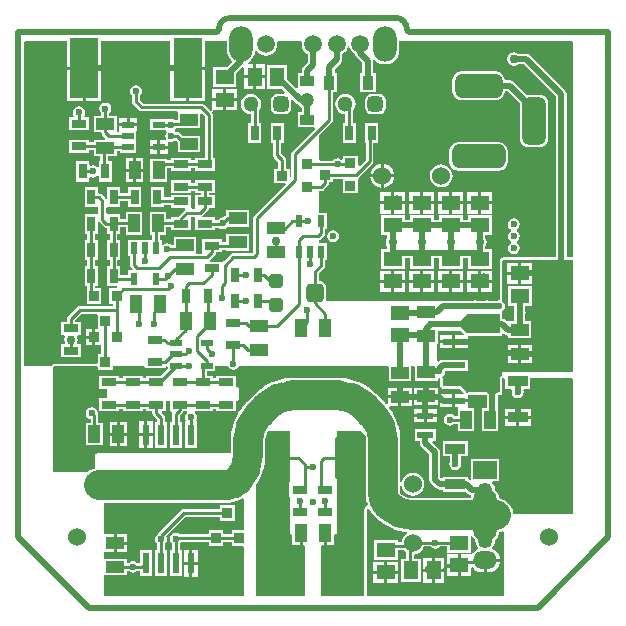
<source format=gtl>
G04*
G04 #@! TF.GenerationSoftware,Altium Limited,CircuitStudio,1.5.2 (30)*
G04*
G04 Layer_Physical_Order=1*
G04 Layer_Color=11767835*
%FSLAX44Y44*%
%MOMM*%
G71*
G01*
G75*
%ADD10R,1.6000X1.3000*%
%ADD11R,0.6000X1.0000*%
%ADD12R,2.4130X5.0800*%
%ADD13R,1.0000X1.5240*%
%ADD14R,0.2500X0.2500*%
%ADD15R,1.8900X0.5400*%
%ADD16R,1.3000X1.6000*%
%ADD17R,1.3000X0.7000*%
%ADD18R,0.7000X1.3000*%
%ADD19R,0.8128X0.9144*%
%ADD20R,0.9144X0.8128*%
%ADD21R,1.5240X1.0000*%
%ADD22R,1.0000X0.6000*%
%ADD23R,0.9100X1.2200*%
%ADD24R,1.7020X0.9140*%
%ADD25R,1.4000X0.6000*%
%ADD26R,1.4500X0.6000*%
G04:AMPARAMS|DCode=27|XSize=1.6mm|YSize=3.5mm|CornerRadius=0.2mm|HoleSize=0mm|Usage=FLASHONLY|Rotation=0.000|XOffset=0mm|YOffset=0mm|HoleType=Round|Shape=RoundedRectangle|*
%AMROUNDEDRECTD27*
21,1,1.6000,3.1000,0,0,0.0*
21,1,1.2000,3.5000,0,0,0.0*
1,1,0.4000,0.6000,-1.5500*
1,1,0.4000,-0.6000,-1.5500*
1,1,0.4000,-0.6000,1.5500*
1,1,0.4000,0.6000,1.5500*
%
%ADD27ROUNDEDRECTD27*%
%ADD28R,1.6000X3.5000*%
%ADD29R,1.2200X0.9100*%
G04:AMPARAMS|DCode=30|XSize=1.2mm|YSize=1.2mm|CornerRadius=0.3mm|HoleSize=0mm|Usage=FLASHONLY|Rotation=270.000|XOffset=0mm|YOffset=0mm|HoleType=Round|Shape=RoundedRectangle|*
%AMROUNDEDRECTD30*
21,1,1.2000,0.6000,0,0,270.0*
21,1,0.6000,1.2000,0,0,270.0*
1,1,0.6000,-0.3000,-0.3000*
1,1,0.6000,-0.3000,0.3000*
1,1,0.6000,0.3000,0.3000*
1,1,0.6000,0.3000,-0.3000*
%
%ADD30ROUNDEDRECTD30*%
G04:AMPARAMS|DCode=31|XSize=1.6mm|YSize=1.5mm|CornerRadius=0.375mm|HoleSize=0mm|Usage=FLASHONLY|Rotation=270.000|XOffset=0mm|YOffset=0mm|HoleType=Round|Shape=RoundedRectangle|*
%AMROUNDEDRECTD31*
21,1,1.6000,0.7500,0,0,270.0*
21,1,0.8500,1.5000,0,0,270.0*
1,1,0.7500,-0.3750,-0.4250*
1,1,0.7500,-0.3750,0.4250*
1,1,0.7500,0.3750,0.4250*
1,1,0.7500,0.3750,-0.4250*
%
%ADD31ROUNDEDRECTD31*%
%ADD32R,0.6000X1.8000*%
%ADD33C,0.5000*%
%ADD34C,0.2540*%
%ADD35C,0.2500*%
%ADD36C,2.5000*%
%ADD37C,1.5240*%
%ADD38C,1.3000*%
G04:AMPARAMS|DCode=39|XSize=1.3mm|YSize=1.3mm|CornerRadius=0.325mm|HoleSize=0mm|Usage=FLASHONLY|Rotation=180.000|XOffset=0mm|YOffset=0mm|HoleType=Round|Shape=RoundedRectangle|*
%AMROUNDEDRECTD39*
21,1,1.3000,0.6500,0,0,180.0*
21,1,0.6500,1.3000,0,0,180.0*
1,1,0.6500,-0.3250,0.3250*
1,1,0.6500,0.3250,0.3250*
1,1,0.6500,0.3250,-0.3250*
1,1,0.6500,-0.3250,-0.3250*
%
%ADD39ROUNDEDRECTD39*%
G04:AMPARAMS|DCode=40|XSize=2mm|YSize=4mm|CornerRadius=0.5mm|HoleSize=0mm|Usage=FLASHONLY|Rotation=90.000|XOffset=0mm|YOffset=0mm|HoleType=Round|Shape=RoundedRectangle|*
%AMROUNDEDRECTD40*
21,1,2.0000,3.0000,0,0,90.0*
21,1,1.0000,4.0000,0,0,90.0*
1,1,1.0000,1.5000,0.5000*
1,1,1.0000,1.5000,-0.5000*
1,1,1.0000,-1.5000,-0.5000*
1,1,1.0000,-1.5000,0.5000*
%
%ADD40ROUNDEDRECTD40*%
G04:AMPARAMS|DCode=41|XSize=2mm|YSize=4.5mm|CornerRadius=0.5mm|HoleSize=0mm|Usage=FLASHONLY|Rotation=270.000|XOffset=0mm|YOffset=0mm|HoleType=Round|Shape=RoundedRectangle|*
%AMROUNDEDRECTD41*
21,1,2.0000,3.5000,0,0,270.0*
21,1,1.0000,4.5000,0,0,270.0*
1,1,1.0000,-1.7500,-0.5000*
1,1,1.0000,-1.7500,0.5000*
1,1,1.0000,1.7500,0.5000*
1,1,1.0000,1.7500,-0.5000*
%
%ADD41ROUNDEDRECTD41*%
G04:AMPARAMS|DCode=42|XSize=2mm|YSize=4mm|CornerRadius=0.5mm|HoleSize=0mm|Usage=FLASHONLY|Rotation=180.000|XOffset=0mm|YOffset=0mm|HoleType=Round|Shape=RoundedRectangle|*
%AMROUNDEDRECTD42*
21,1,2.0000,3.0000,0,0,180.0*
21,1,1.0000,4.0000,0,0,180.0*
1,1,1.0000,-0.5000,1.5000*
1,1,1.0000,0.5000,1.5000*
1,1,1.0000,0.5000,-1.5000*
1,1,1.0000,-0.5000,-1.5000*
%
%ADD42ROUNDEDRECTD42*%
%ADD43C,1.5000*%
%ADD44O,2.0000X3.0000*%
%ADD45C,2.5400*%
%ADD46O,2.0000X1.5000*%
%ADD47C,2.0000*%
%ADD48R,2.0000X1.5000*%
%ADD49C,0.6000*%
%ADD50C,1.2000*%
%ADD51C,0.7500*%
%ADD52C,1.2500*%
G36*
X652500Y645000D02*
X652500Y550898D01*
X651602Y550000D01*
X592500Y550000D01*
Y546982D01*
X592009Y546884D01*
X591347Y546442D01*
X590905Y545780D01*
X590750Y545000D01*
Y532750D01*
X588588D01*
X587808Y532595D01*
X587146Y532153D01*
X586704Y531491D01*
X586549Y530711D01*
Y519910D01*
X581451D01*
Y530711D01*
X581296Y531491D01*
X580854Y532153D01*
X580192Y532595D01*
X579412Y532750D01*
X563740D01*
X563503Y532703D01*
X562960Y532595D01*
X562240Y533040D01*
X561798Y533702D01*
X558097Y537403D01*
D01*
X558097Y537403D01*
X557436Y537845D01*
X556655Y538000D01*
X542250Y538000D01*
Y539187D01*
Y543299D01*
Y543500D01*
X542290D01*
X542292Y543511D01*
Y543524D01*
X542297Y543535D01*
X542292Y543920D01*
Y544307D01*
X542287Y544319D01*
X542287Y544331D01*
X542136Y544684D01*
X541988Y545042D01*
X541988Y545630D01*
X542140Y546418D01*
X542855Y546895D01*
X543960Y548549D01*
X544348Y550500D01*
X544799Y551050D01*
X563200D01*
Y560450D01*
X540300D01*
Y559859D01*
X539006Y558994D01*
X538673Y558662D01*
X537500Y559148D01*
Y573590D01*
X537870D01*
Y585000D01*
X557616D01*
X560356Y582260D01*
X559830Y580990D01*
X553020D01*
Y577020D01*
X563740D01*
Y580711D01*
X590750D01*
X591530Y580866D01*
X592192Y581308D01*
X592634Y581969D01*
X592652Y582063D01*
X594030Y582481D01*
X594506Y582006D01*
X595994Y581011D01*
X597630Y580686D01*
Y578910D01*
X616870D01*
Y592910D01*
X611838D01*
Y598617D01*
X611960Y598799D01*
X612348Y600750D01*
X612088Y602056D01*
Y606000D01*
X617500D01*
Y623000D01*
X597500D01*
Y606000D01*
X602912D01*
Y603257D01*
X602540Y602701D01*
X602152Y600750D01*
X602540Y598799D01*
X602662Y598617D01*
Y592910D01*
X597630D01*
X597630Y592910D01*
Y592910D01*
X596377Y593111D01*
X595494Y593994D01*
X594006Y594989D01*
X592789Y595231D01*
Y598750D01*
X592634Y599530D01*
X592500Y599731D01*
Y601407D01*
X593605Y602145D01*
X594710Y603799D01*
X595098Y605750D01*
X594710Y607701D01*
X593605Y609355D01*
X592500Y610093D01*
Y611226D01*
Y611226D01*
Y644102D01*
X593398Y645000D01*
X652500Y645000D01*
D02*
G37*
G36*
X590750Y582750D02*
X562750D01*
X557500Y588000D01*
X542250Y588000D01*
Y593500D01*
X557500Y593500D01*
X562750Y598750D01*
X590750D01*
Y582750D01*
D02*
G37*
G36*
X518630Y554102D02*
Y542660D01*
X537870D01*
Y544201D01*
X538947Y545142D01*
X539417Y545088D01*
X539577Y544952D01*
X540292Y543909D01*
X540211Y543500D01*
Y538000D01*
X540366Y537220D01*
X540808Y536558D01*
X541470Y536116D01*
X542250Y535961D01*
X556655Y535961D01*
X560356Y532260D01*
X559830Y530990D01*
X553020D01*
Y527020D01*
X563740D01*
Y530711D01*
X579412D01*
Y519370D01*
X575410D01*
Y500130D01*
X589410D01*
Y519370D01*
X588588D01*
Y530711D01*
X590750D01*
X591530Y530866D01*
X592192Y531308D01*
X592634Y531969D01*
X592789Y532750D01*
Y545000D01*
X594342D01*
X594893Y544470D01*
X595225Y543930D01*
X595240Y543884D01*
Y535650D01*
X600198D01*
X600376Y535449D01*
X600976Y534380D01*
X600652Y532750D01*
X601040Y530799D01*
X602145Y529145D01*
X603799Y528040D01*
X605750Y527652D01*
X607701Y528040D01*
X609355Y529145D01*
X610460Y530799D01*
X610848Y532750D01*
X610524Y534380D01*
X611124Y535449D01*
X611302Y535650D01*
X616260D01*
Y545000D01*
X651602D01*
X651602Y545000D01*
X652500Y543884D01*
X652500Y430898D01*
X651602Y430000D01*
X601754D01*
X601454Y432280D01*
X601368Y432533D01*
X601316Y432794D01*
X600056Y435836D01*
X599907Y436058D01*
X599790Y436297D01*
X597785Y438909D01*
X597585Y439085D01*
X597409Y439286D01*
X594797Y441290D01*
X594558Y441408D01*
X594336Y441556D01*
X591294Y442816D01*
X591033Y442868D01*
X590780Y442954D01*
X590144Y443037D01*
X589941Y444583D01*
X588732Y447502D01*
X586808Y450009D01*
X586554Y450204D01*
X586571Y450336D01*
X586287Y452490D01*
X585456Y454497D01*
X584241Y456080D01*
X584523Y457350D01*
X590250D01*
Y476350D01*
X566250D01*
Y458969D01*
X566238Y458955D01*
X564980Y458348D01*
X563976Y459019D01*
X563260Y459161D01*
Y461350D01*
X542240D01*
Y460545D01*
X540970Y460019D01*
X540088Y460900D01*
Y482000D01*
X539739Y483756D01*
X538744Y485244D01*
X533259Y490730D01*
X533785Y492000D01*
X536500D01*
Y502000D01*
X518500D01*
Y492000D01*
X522912D01*
Y490000D01*
X523261Y488244D01*
X524256Y486756D01*
X530912Y480099D01*
Y459000D01*
X531261Y457244D01*
X532256Y455756D01*
X536475Y451536D01*
X537964Y450541D01*
X539720Y450192D01*
X542240D01*
Y448210D01*
X562301D01*
X563419Y447092D01*
X564908Y446097D01*
X565743Y445931D01*
X566557Y444586D01*
X566551Y444524D01*
X566399Y443369D01*
X517097Y443293D01*
X516837Y443241D01*
X513940Y443526D01*
X510902Y444448D01*
X508102Y445944D01*
X506227Y447483D01*
X506229Y453381D01*
X507499Y453464D01*
X507627Y452489D01*
X508597Y450149D01*
X510139Y448139D01*
X512148Y446597D01*
X514488Y445628D01*
X517000Y445297D01*
X519511Y445628D01*
X521851Y446597D01*
X523861Y448139D01*
X525403Y450149D01*
X526372Y452489D01*
X526703Y455000D01*
X526372Y457511D01*
X525403Y459851D01*
X523861Y461861D01*
X521851Y463403D01*
X519511Y464372D01*
X517000Y464703D01*
X514488Y464372D01*
X512148Y463403D01*
X510139Y461861D01*
X508597Y459851D01*
X507627Y457511D01*
X507500Y456544D01*
X506230Y456628D01*
X506243Y491712D01*
X506271Y491924D01*
X506335Y492250D01*
Y492250D01*
X506322Y492316D01*
X506331Y492383D01*
X505961Y498030D01*
X505926Y498159D01*
Y498294D01*
X504822Y503843D01*
X504771Y503968D01*
X504753Y504101D01*
X502934Y509459D01*
X502867Y509576D01*
X502832Y509706D01*
X500330Y514780D01*
X500248Y514887D01*
X500196Y515011D01*
X497053Y519716D01*
X496958Y519811D01*
X496890Y519928D01*
X496582Y520280D01*
X497157Y521550D01*
X504730D01*
Y527820D01*
X495840D01*
Y523052D01*
X494570Y522574D01*
X493160Y524182D01*
X493099Y524228D01*
X493056Y524292D01*
X485922Y531301D01*
X485814Y531442D01*
X485629Y531719D01*
X485573Y531756D01*
X485532Y531810D01*
X481278Y535541D01*
X481161Y535608D01*
X481066Y535703D01*
X476361Y538847D01*
X476237Y538898D01*
X476130Y538980D01*
X471055Y541483D01*
X470925Y541517D01*
X470809Y541585D01*
X465451Y543403D01*
X465318Y543421D01*
X465193Y543472D01*
X459644Y544576D01*
X459509D01*
X459379Y544611D01*
X453733Y544981D01*
X453666Y544972D01*
X453600Y544986D01*
X453600D01*
X453597Y544985D01*
X453595Y544986D01*
X416027Y544894D01*
X415826Y544921D01*
X415500Y544986D01*
X415500D01*
X415434Y544972D01*
X415367Y544981D01*
X409720Y544611D01*
X409590Y544576D01*
X409456D01*
X403906Y543472D01*
X403782Y543421D01*
X403649Y543403D01*
X398291Y541585D01*
X398174Y541517D01*
X398044Y541483D01*
X392970Y538980D01*
X392863Y538898D01*
X392738Y538847D01*
X388034Y535703D01*
X387939Y535608D01*
X387822Y535541D01*
X383568Y531810D01*
X383521Y531749D01*
X383458Y531706D01*
X376449Y524572D01*
X376308Y524464D01*
X376031Y524279D01*
X375994Y524223D01*
X375940Y524182D01*
X372209Y519928D01*
X372142Y519811D01*
X372047Y519716D01*
X368903Y515011D01*
X368852Y514887D01*
X368770Y514780D01*
X366267Y509706D01*
X366232Y509576D01*
X366165Y509459D01*
X364346Y504101D01*
X364329Y503968D01*
X364277Y503843D01*
X363173Y498294D01*
Y498159D01*
X363139Y498030D01*
X362769Y492383D01*
X362777Y492316D01*
X362764Y492250D01*
Y492250D01*
X362766Y492243D01*
X362764Y492235D01*
X362835Y482491D01*
X361941Y481589D01*
X250000D01*
X249219Y481434D01*
X248558Y480992D01*
X248116Y480330D01*
X247961Y479550D01*
Y468418D01*
X247469Y468354D01*
X247217Y468268D01*
X246955Y468216D01*
X243913Y466956D01*
X243692Y466808D01*
X243452Y466690D01*
X241250Y465000D01*
X212500D01*
X212500Y554102D01*
X213398Y555000D01*
X249614D01*
X250512Y554102D01*
Y551840D01*
X262640D01*
Y555000D01*
X289602D01*
X290500Y554102D01*
Y553000D01*
X307500D01*
Y555000D01*
X308849D01*
X309748Y554102D01*
Y553216D01*
X303282Y546750D01*
X291100D01*
Y544584D01*
X288300D01*
Y546750D01*
X271300D01*
Y544584D01*
X268500D01*
Y546750D01*
X251500D01*
Y535750D01*
X257996D01*
Y527750D01*
X251500D01*
Y516750D01*
X268500D01*
Y518916D01*
X271300D01*
Y516750D01*
X288300D01*
Y518916D01*
X291100D01*
Y516750D01*
X296266D01*
Y515400D01*
X296519Y514124D01*
X297242Y513043D01*
X300316Y509969D01*
Y508000D01*
X298650D01*
Y486000D01*
X308650D01*
Y508000D01*
X306984D01*
Y511350D01*
X306730Y512626D01*
X306007Y513707D01*
X304138Y515577D01*
X304624Y516750D01*
X308100D01*
Y525711D01*
X310900D01*
Y516750D01*
X312476D01*
X313201Y515480D01*
X313016Y514551D01*
Y508000D01*
X311350D01*
Y486000D01*
X321350D01*
Y508000D01*
X319684D01*
Y513170D01*
X321757Y515243D01*
X322191Y515891D01*
X322480Y516324D01*
X322565Y516750D01*
X325547D01*
X325932Y515480D01*
X325445Y515155D01*
X324340Y513501D01*
X323952Y511550D01*
X324340Y509599D01*
X324660Y509120D01*
X324061Y508000D01*
X324050D01*
Y486000D01*
X334050D01*
Y508000D01*
X334038D01*
X333440Y509120D01*
X333760Y509599D01*
X334148Y511550D01*
X333760Y513501D01*
X332655Y515155D01*
X332168Y515480D01*
X332553Y516750D01*
X347700D01*
Y518916D01*
X350500D01*
Y516750D01*
X367500D01*
Y525711D01*
X368280Y525866D01*
X368942Y526308D01*
X369384Y526970D01*
X369539Y527750D01*
Y535750D01*
X369384Y536530D01*
X368942Y537192D01*
X368280Y537634D01*
X367500Y537789D01*
Y546750D01*
X350500D01*
Y544584D01*
X347700D01*
Y546750D01*
X342534D01*
Y550500D01*
X349752D01*
Y555000D01*
X360323D01*
X361395Y553395D01*
X363049Y552290D01*
X365000Y551902D01*
X366951Y552290D01*
X368605Y553395D01*
X369677Y555000D01*
X495482Y555000D01*
X496380Y554102D01*
Y542410D01*
X515620D01*
Y555000D01*
X517732D01*
X518630Y554102D01*
D02*
G37*
G36*
X476633Y496367D02*
X476924Y495410D01*
X477244Y492152D01*
X477158Y447369D01*
X477123Y447302D01*
X477093Y447004D01*
X477035Y446711D01*
X477055Y446611D01*
X477045Y446511D01*
X477531Y441570D01*
X477590Y441378D01*
X477609Y441178D01*
X478611Y437876D01*
X478591Y437662D01*
X478443Y437224D01*
X477963Y436504D01*
X477744Y436363D01*
X477507Y436253D01*
X477412Y436149D01*
X477294Y436073D01*
X476581Y435383D01*
X476572Y435369D01*
X476558Y435359D01*
X476346Y435042D01*
X476129Y434728D01*
X476125Y434712D01*
X476116Y434698D01*
X476041Y434324D01*
X475961Y433951D01*
X475964Y433934D01*
X475961Y433918D01*
X475961Y370898D01*
X475961Y370898D01*
Y360898D01*
X475961Y360898D01*
X474844Y360000D01*
X439500D01*
X439500Y402942D01*
X440398Y403840D01*
X441390D01*
Y414000D01*
X443930D01*
Y403840D01*
X450200D01*
Y412104D01*
X451098Y413001D01*
X452500Y413000D01*
Y474166D01*
X459000D01*
X460276Y474420D01*
X461357Y475143D01*
X462080Y476224D01*
X462334Y477500D01*
X462080Y478776D01*
X461357Y479857D01*
X460276Y480580D01*
X459000Y480834D01*
X452500D01*
Y500000D01*
X473000Y500000D01*
X476633Y496367D01*
D02*
G37*
G36*
X374000Y442507D02*
X374000Y415984D01*
X363512D01*
Y412746D01*
X356488D01*
Y415984D01*
X344360D01*
Y412746D01*
X319519D01*
X318301Y413560D01*
X316350Y413948D01*
X314399Y413560D01*
X312745Y412455D01*
X311640Y410801D01*
X311252Y408850D01*
X311640Y406899D01*
X312745Y405245D01*
X313016Y405064D01*
Y399000D01*
X311350D01*
Y377000D01*
X321350D01*
Y399000D01*
X319684D01*
Y405064D01*
X319955Y405245D01*
X320511Y406078D01*
X344360D01*
Y402840D01*
X356488D01*
Y406078D01*
X363512D01*
Y402840D01*
X373102D01*
X374000Y401942D01*
X374000Y360000D01*
X255898Y360000D01*
X255000Y360898D01*
Y376727D01*
X255380Y377840D01*
X256270Y377840D01*
X274620D01*
Y381506D01*
X276321D01*
X276395Y381395D01*
X278049Y380290D01*
X280000Y379902D01*
X281951Y380290D01*
X283605Y381395D01*
X283679Y381506D01*
X285950D01*
Y377000D01*
X295950D01*
Y399000D01*
X285950D01*
Y388174D01*
X283892D01*
X283605Y388605D01*
X281951Y389710D01*
X280000Y390098D01*
X278049Y389710D01*
X276395Y388605D01*
X276107Y388174D01*
X274620D01*
Y391840D01*
X256270D01*
X255000Y392952D01*
Y397620D01*
X263730D01*
Y405160D01*
Y412700D01*
X255898D01*
X255000Y413598D01*
Y438961D01*
X361142D01*
X361142Y438961D01*
X361923Y439116D01*
X362584Y439558D01*
X362584Y439558D01*
X362836Y439810D01*
X364580Y439981D01*
X364772Y440040D01*
X364972Y440060D01*
X369723Y441501D01*
X369900Y441595D01*
X370092Y441654D01*
X372910Y443160D01*
X374000Y442507D01*
D02*
G37*
G36*
X224080Y830000D02*
Y830000D01*
Y808270D01*
X238685D01*
X253290D01*
Y829102D01*
Y830000D01*
X254188D01*
X254188Y830000D01*
X311710Y830000D01*
Y830000D01*
Y808270D01*
X326315D01*
X340920D01*
Y829102D01*
Y830000D01*
X341818D01*
D01*
X350000D01*
X359396D01*
Y822500D01*
X359809Y819367D01*
X360000Y818906D01*
X361018Y816448D01*
X362941Y813941D01*
X363598Y813437D01*
X363681Y812170D01*
X360000Y808488D01*
X359511Y808000D01*
X347500D01*
Y791000D01*
X367500D01*
Y803011D01*
X372787Y808298D01*
X373960Y807812D01*
Y801270D01*
X381730D01*
Y810540D01*
X377302D01*
X377049Y811810D01*
X377552Y812018D01*
X380058Y813941D01*
X381982Y816448D01*
X383191Y819367D01*
X383480Y821563D01*
X384808Y821919D01*
X385724Y820724D01*
X387709Y819202D01*
X390020Y818244D01*
X392500Y817918D01*
X394980Y818244D01*
X397291Y819202D01*
X399275Y820724D01*
X400798Y822709D01*
X401755Y825020D01*
X402082Y827500D01*
X401920Y828730D01*
X403034Y830000D01*
X421966D01*
X423080Y828730D01*
X422918Y827500D01*
X423245Y825020D01*
X424202Y822709D01*
X425724Y820724D01*
X427709Y819202D01*
X427912Y819118D01*
Y811900D01*
X424256Y808244D01*
X423261Y806756D01*
X422912Y805000D01*
Y802900D01*
X419400D01*
Y790885D01*
X418130Y790359D01*
X410500Y797989D01*
Y810000D01*
X393500D01*
Y790000D01*
X405511D01*
X408772Y786740D01*
X408112Y785603D01*
X401950D01*
X399902Y785195D01*
X398165Y784035D01*
X397005Y782298D01*
X396597Y780250D01*
Y773750D01*
X397005Y771702D01*
X398165Y769965D01*
X399902Y768805D01*
X401950Y768397D01*
X408450D01*
X410498Y768805D01*
X412235Y769965D01*
X413395Y771702D01*
X413803Y773750D01*
Y779912D01*
X414939Y780572D01*
X418756Y776756D01*
X420244Y775761D01*
X420745Y775661D01*
X421794Y774294D01*
X422912Y773437D01*
Y770200D01*
X419400D01*
Y757100D01*
X433226D01*
X433712Y755927D01*
X415142Y737357D01*
X414420Y736276D01*
X414166Y735000D01*
Y714867D01*
X413988Y714748D01*
X412718Y715427D01*
Y722128D01*
X409460D01*
Y729354D01*
X409207Y730622D01*
X408489Y731697D01*
X405314Y734872D01*
Y743500D01*
X407500D01*
Y760500D01*
X396500D01*
Y743500D01*
X398686D01*
Y733500D01*
X398897Y732442D01*
X398938Y732232D01*
X399657Y731157D01*
X402832Y727981D01*
Y722128D01*
X399574D01*
Y710000D01*
X408625D01*
X409112Y708827D01*
X382642Y682357D01*
X381920Y681276D01*
X381666Y680000D01*
Y651381D01*
X381119Y650834D01*
X365000D01*
X363724Y650580D01*
X362642Y649857D01*
X356663Y643878D01*
X355500Y643500D01*
Y643500D01*
X355500Y643500D01*
X345398D01*
X345016Y644296D01*
X344956Y644770D01*
X349343Y649157D01*
X350061Y650232D01*
X350313Y651500D01*
Y651500D01*
X355500D01*
Y653686D01*
X358880D01*
Y652840D01*
X378120D01*
Y666840D01*
X358880D01*
Y660314D01*
X355500D01*
Y662500D01*
X338500D01*
Y651500D01*
X338500Y651500D01*
X338500D01*
X338298Y650313D01*
X333620D01*
Y664160D01*
X314380D01*
Y657334D01*
X312785D01*
X312605Y657605D01*
X310951Y658710D01*
X309000Y659098D01*
X307049Y658710D01*
X305769Y657855D01*
X304499Y658376D01*
Y662002D01*
X302833D01*
Y666380D01*
X308160D01*
Y672666D01*
X312500D01*
Y670000D01*
X329500D01*
Y681000D01*
X330494Y681666D01*
X331506D01*
X332500Y681000D01*
X332500Y680396D01*
Y670000D01*
X349500D01*
Y672166D01*
X352738D01*
X354049Y671290D01*
X356000Y670902D01*
X357951Y671290D01*
X359604Y672395D01*
X360116Y673160D01*
X378120D01*
Y687160D01*
X358880D01*
Y683238D01*
X357802Y682517D01*
X356319Y681034D01*
X356000Y681098D01*
X354049Y680710D01*
X352395Y679605D01*
X351880Y678834D01*
X349500D01*
Y681000D01*
X339185D01*
X338800Y682270D01*
X339357Y682642D01*
X343357Y686643D01*
X344080Y687724D01*
X344334Y689000D01*
Y689000D01*
X349500D01*
Y700000D01*
X344334D01*
Y701500D01*
X349500D01*
Y712500D01*
X332500D01*
Y710334D01*
X329500D01*
Y712500D01*
X312500D01*
Y701500D01*
X329500D01*
Y703666D01*
X332500D01*
Y701500D01*
X337666D01*
Y700000D01*
X332500D01*
Y689000D01*
X331506Y688334D01*
X330494D01*
X329500Y689000D01*
X329500Y689604D01*
Y700000D01*
X312500D01*
Y697834D01*
X306000D01*
Y706500D01*
X295000D01*
Y689500D01*
X306000D01*
Y691166D01*
X312500D01*
Y689000D01*
X323814D01*
X324200Y687730D01*
X323642Y687357D01*
X318642Y682357D01*
X317920Y681276D01*
X317865Y681000D01*
X312500D01*
Y679334D01*
X308160D01*
Y685620D01*
X294160D01*
Y666380D01*
X296165D01*
Y662002D01*
X275500D01*
Y648002D01*
X277187D01*
Y641000D01*
X277397Y639942D01*
X277439Y639732D01*
X278157Y638657D01*
X279643Y637171D01*
X279156Y635998D01*
X275500D01*
Y632332D01*
X269000D01*
Y639500D01*
X266834D01*
Y644833D01*
X269000D01*
Y661833D01*
X266834D01*
Y667167D01*
X269000D01*
Y672666D01*
X273840D01*
Y666380D01*
X287840D01*
Y685620D01*
X273840D01*
Y679334D01*
X269000D01*
Y684167D01*
X258000D01*
X257334Y685161D01*
Y688506D01*
X258000Y689500D01*
X258604Y689500D01*
X269000D01*
Y694666D01*
X276000D01*
Y689500D01*
X287000D01*
Y706500D01*
X276000D01*
Y701334D01*
X269000D01*
Y706500D01*
X258000D01*
Y697185D01*
X256730Y696800D01*
X256357Y697357D01*
X253357Y700358D01*
X252276Y701080D01*
X251000Y701334D01*
X250000D01*
Y706500D01*
X239000D01*
Y689500D01*
X250000D01*
X250666Y688506D01*
Y685161D01*
X250000Y684167D01*
X249396Y684167D01*
X239000D01*
Y667167D01*
X241166D01*
Y661833D01*
X239000D01*
Y644833D01*
X241166D01*
Y639500D01*
X239000D01*
Y622500D01*
X241166D01*
Y621160D01*
X240860D01*
Y608016D01*
X252988D01*
Y621160D01*
X247834D01*
Y622500D01*
X250000D01*
Y639500D01*
X247834D01*
Y644833D01*
X250000D01*
Y661833D01*
X247834D01*
Y667167D01*
X250000D01*
Y676815D01*
X251270Y677200D01*
X251642Y676643D01*
X254976Y673309D01*
X256057Y672586D01*
X257333Y672333D01*
X258000D01*
Y667167D01*
X260166D01*
Y661833D01*
X258000D01*
Y644833D01*
X260166D01*
Y639500D01*
X258000D01*
Y622500D01*
X266025D01*
X266704Y621230D01*
X266657Y621160D01*
X260012D01*
Y608016D01*
X262742D01*
Y605834D01*
X235000D01*
X233724Y605580D01*
X232642Y604857D01*
X225142Y597357D01*
X224420Y596276D01*
X224166Y595000D01*
Y592500D01*
X219000D01*
Y581500D01*
X221910D01*
X222509Y580380D01*
X222084Y579743D01*
X221637Y577500D01*
X222084Y575256D01*
X222509Y574620D01*
X221910Y573500D01*
X219000D01*
Y562500D01*
X236000D01*
Y573500D01*
X233090D01*
X232491Y574620D01*
X232916Y575256D01*
X233363Y577500D01*
X232916Y579743D01*
X232491Y580380D01*
X233090Y581500D01*
X236000D01*
Y592500D01*
X231199D01*
X230985Y593770D01*
X236381Y599166D01*
X249614D01*
X250512Y598268D01*
Y586840D01*
X249300Y586700D01*
X248194D01*
Y579588D01*
Y572476D01*
X253242D01*
Y564984D01*
X250512D01*
Y558155D01*
X249614Y557039D01*
X213398D01*
X213398Y557039D01*
X212617Y556884D01*
X211956Y556442D01*
X211058Y555544D01*
X210695Y555000D01*
X188398D01*
X187500Y555898D01*
X187500Y829102D01*
X188398Y830000D01*
X224080Y830000D01*
D02*
G37*
G36*
X480092Y434395D02*
X481544Y431679D01*
X481671Y431524D01*
X481766Y431347D01*
X484916Y427509D01*
X484994Y427445D01*
X485050Y427360D01*
X485209Y427254D01*
X489422Y423559D01*
X489539Y423492D01*
X489634Y423397D01*
X494338Y420253D01*
X494463Y420202D01*
X494570Y420120D01*
X499644Y417617D01*
X499774Y417583D01*
X499891Y417515D01*
X505249Y415696D01*
X505382Y415679D01*
X505506Y415628D01*
X511056Y414524D01*
X511190D01*
X511320Y414489D01*
X511599Y414470D01*
X511859Y413181D01*
X510139Y411861D01*
X508597Y409851D01*
X507627Y407511D01*
X507430Y406013D01*
X504000D01*
Y408000D01*
X484000D01*
Y391000D01*
X504000D01*
Y399345D01*
X509213D01*
X510139Y398139D01*
X511166Y397351D01*
Y392000D01*
X507000D01*
Y372000D01*
X524000D01*
Y392000D01*
X517834D01*
Y395407D01*
X519511Y395628D01*
X521851Y396597D01*
X523861Y398139D01*
X525403Y400149D01*
X526305Y402326D01*
X532214D01*
X532395Y402055D01*
X534049Y400950D01*
X536000Y400562D01*
X537951Y400950D01*
X539604Y402055D01*
X539785Y402326D01*
X546000D01*
Y397000D01*
X566000D01*
Y410948D01*
X567270Y411201D01*
X567768Y409998D01*
X569691Y407491D01*
X569946Y407296D01*
X569929Y407164D01*
X570212Y405010D01*
X571044Y403003D01*
X572243Y401440D01*
X572208Y400715D01*
X571997Y399963D01*
X570686Y399420D01*
X568589Y397811D01*
X567472Y396355D01*
X566540Y395540D01*
Y395540D01*
X557270D01*
Y386500D01*
Y377460D01*
X566540D01*
Y384074D01*
X567810Y384505D01*
X568589Y383489D01*
X570686Y381880D01*
X573129Y380868D01*
X575750Y380523D01*
X576980D01*
Y390650D01*
X578250D01*
Y391920D01*
X590709D01*
X590531Y393271D01*
X589520Y395713D01*
X587910Y397811D01*
X585813Y399420D01*
X584503Y399963D01*
X584292Y400715D01*
X584256Y401440D01*
X585456Y403003D01*
X586287Y405010D01*
X586571Y407164D01*
X586554Y407296D01*
X586808Y407491D01*
X588732Y409998D01*
X589941Y412917D01*
X590144Y414463D01*
X590780Y414546D01*
X591033Y414632D01*
X591294Y414684D01*
X592944Y415367D01*
X594000Y414662D01*
X594000Y360000D01*
X478898Y360000D01*
X478000Y360898D01*
Y370898D01*
X478000Y370898D01*
X478000Y433918D01*
X478713Y434608D01*
X480092Y434395D01*
D02*
G37*
G36*
X652500Y829102D02*
X652500Y647937D01*
X651602Y647039D01*
X647088D01*
Y785000D01*
X646739Y786756D01*
X645744Y788244D01*
X615744Y818244D01*
X614256Y819239D01*
X612500Y819588D01*
X605983D01*
X604743Y820416D01*
X602500Y820863D01*
X600256Y820416D01*
X598354Y819145D01*
X597084Y817243D01*
X596637Y815000D01*
X597084Y812756D01*
X598354Y810854D01*
X600256Y809584D01*
X602500Y809137D01*
X604743Y809584D01*
X605983Y810412D01*
X610599D01*
X637912Y783099D01*
Y647937D01*
X637014Y647039D01*
X593398Y647039D01*
X593398Y647039D01*
X592618Y646884D01*
X591956Y646442D01*
X591058Y645544D01*
X590616Y644882D01*
X590461Y644102D01*
Y612051D01*
X590000Y610848D01*
X588049Y610460D01*
X587867Y610338D01*
X582133D01*
X581951Y610460D01*
X580000Y610848D01*
X578049Y610460D01*
X577867Y610338D01*
X571883D01*
X571701Y610460D01*
X569750Y610848D01*
X567799Y610460D01*
X567617Y610338D01*
X563200D01*
Y610450D01*
X540300D01*
Y610000D01*
X444239Y610000D01*
X443318Y611270D01*
X443613Y612750D01*
Y621250D01*
X443166Y623493D01*
X441895Y625396D01*
X439994Y626666D01*
X437750Y627113D01*
X437500Y627363D01*
Y633785D01*
X441857Y638142D01*
X442580Y639224D01*
X442833Y640500D01*
Y644998D01*
X444499D01*
Y658998D01*
X438398D01*
X437500Y659896D01*
Y661766D01*
X438276Y661920D01*
X439357Y662643D01*
X441857Y665142D01*
X442580Y666224D01*
X442833Y667500D01*
Y671002D01*
X444499D01*
Y685002D01*
X438398D01*
X437500Y685900D01*
Y703230D01*
X439154D01*
X440430Y703484D01*
X441511Y704206D01*
X445253Y707948D01*
X445976Y709030D01*
X446230Y710306D01*
Y711000D01*
X449468D01*
Y713730D01*
X456272D01*
X457500Y713628D01*
X457500Y712460D01*
Y701500D01*
X470644D01*
Y712897D01*
Y712943D01*
X470644Y713366D01*
Y713628D01*
X471147Y714690D01*
Y714690D01*
X471171Y714706D01*
X482607Y726142D01*
X483330Y727224D01*
X483584Y728500D01*
Y743500D01*
X487500D01*
Y760500D01*
X476500D01*
Y743500D01*
X476916D01*
Y729881D01*
X471817Y724782D01*
X470644Y725268D01*
Y732780D01*
X457500D01*
Y730406D01*
X456230Y729727D01*
X455185Y730426D01*
X453234Y730814D01*
X451283Y730426D01*
X449629Y729321D01*
X449448Y729050D01*
X438398D01*
X437500Y729948D01*
Y750285D01*
X448507Y761292D01*
X449230Y762374D01*
X449484Y763650D01*
Y786900D01*
X452700D01*
Y803100D01*
X450738D01*
Y806749D01*
X455744Y811756D01*
X456739Y813244D01*
X457088Y815000D01*
Y819118D01*
X457291Y819202D01*
X459275Y820724D01*
X460798Y822709D01*
X461755Y825020D01*
X461860Y825810D01*
X463140D01*
X463245Y825020D01*
X464202Y822709D01*
X465724Y820724D01*
X467709Y819202D01*
X468103Y819038D01*
X468261Y818244D01*
X469256Y816756D01*
X474262Y811749D01*
Y803100D01*
X472300D01*
Y786900D01*
X485400D01*
Y803100D01*
X483438D01*
Y813650D01*
X483394Y813872D01*
X484582Y814410D01*
X484941Y813941D01*
X487448Y812018D01*
X490367Y810809D01*
X493500Y810396D01*
X496633Y810809D01*
X499552Y812018D01*
X502058Y813941D01*
X503982Y816448D01*
X505191Y819367D01*
X505603Y822500D01*
Y830000D01*
X651602Y830000D01*
X652500Y829102D01*
D02*
G37*
G36*
X412500Y500000D02*
Y480834D01*
X405000D01*
X403724Y480580D01*
X402642Y479857D01*
X401920Y478776D01*
X401666Y477500D01*
X401920Y476224D01*
X402642Y475143D01*
X403724Y474420D01*
X405000Y474166D01*
X412500D01*
Y456540D01*
X412460D01*
Y444460D01*
X412500D01*
Y413000D01*
X413901Y413001D01*
X414800Y412104D01*
Y403840D01*
X421070D01*
Y414000D01*
X423610D01*
Y403840D01*
X424602D01*
X425500Y402942D01*
X425500Y360000D01*
X384898D01*
X384000Y360898D01*
X384000Y453950D01*
X385896Y456789D01*
X385948Y456913D01*
X386030Y457020D01*
X388532Y462094D01*
X388567Y462224D01*
X388634Y462341D01*
X390453Y467699D01*
X390471Y467832D01*
X390522Y467956D01*
X391626Y473506D01*
Y473641D01*
X391661Y473770D01*
X392031Y479417D01*
X392022Y479484D01*
X392035Y479550D01*
Y479550D01*
X392034Y479557D01*
X392035Y479565D01*
X391943Y492265D01*
X391891Y492516D01*
X392176Y495410D01*
X393098Y498448D01*
X393927Y500000D01*
X412500Y500000D01*
D02*
G37*
%LPC*%
G36*
X538410Y528070D02*
X529520D01*
Y521800D01*
X538410D01*
Y528070D01*
D02*
G37*
G36*
X526980D02*
X518090D01*
Y521800D01*
X526980D01*
Y528070D01*
D02*
G37*
G36*
X550480Y530990D02*
X539760D01*
Y527020D01*
X550480D01*
Y530990D01*
D02*
G37*
G36*
X516160Y536630D02*
X507270D01*
Y530360D01*
X516160D01*
Y536630D01*
D02*
G37*
G36*
X504730D02*
X495840D01*
Y530360D01*
X504730D01*
Y536630D01*
D02*
G37*
G36*
X563740Y524480D02*
X553020D01*
Y520510D01*
X554776D01*
X555090Y519370D01*
X555090Y519240D01*
Y513084D01*
X552036D01*
X551855Y513355D01*
X550201Y514460D01*
X548250Y514848D01*
X546299Y514460D01*
X544645Y513355D01*
X543540Y511701D01*
X543152Y509750D01*
X543540Y507799D01*
X544645Y506145D01*
X546299Y505040D01*
X548250Y504652D01*
X550201Y505040D01*
X551855Y506145D01*
X552036Y506416D01*
X555090D01*
Y500130D01*
X569090D01*
Y519370D01*
X564054D01*
X564054Y519370D01*
X563740Y520510D01*
X563740Y520640D01*
Y524480D01*
D02*
G37*
G36*
X537290Y511730D02*
X528770D01*
Y507460D01*
X537290D01*
Y511730D01*
D02*
G37*
G36*
X604480Y518890D02*
X594700D01*
Y513050D01*
X604480D01*
Y518890D01*
D02*
G37*
G36*
X616800D02*
X607020D01*
Y513050D01*
X616800D01*
Y518890D01*
D02*
G37*
G36*
X550480Y524480D02*
X539760D01*
Y520510D01*
X550480D01*
Y524480D01*
D02*
G37*
G36*
X516160Y527820D02*
X507270D01*
Y521550D01*
X516160D01*
Y527820D01*
D02*
G37*
G36*
X526230Y518540D02*
X517710D01*
Y514270D01*
X526230D01*
Y518540D01*
D02*
G37*
G36*
X537290D02*
X528770D01*
Y514270D01*
X537290D01*
Y518540D01*
D02*
G37*
G36*
X526980Y536880D02*
X518090D01*
Y530610D01*
X526980D01*
Y536880D01*
D02*
G37*
G36*
X245654Y586700D02*
X240320D01*
Y580858D01*
X245654D01*
Y586700D01*
D02*
G37*
G36*
X550480Y580990D02*
X539760D01*
Y577020D01*
X550480D01*
Y580990D01*
D02*
G37*
G36*
X245654Y578318D02*
X240320D01*
Y572476D01*
X245654D01*
Y578318D01*
D02*
G37*
G36*
X498597Y625440D02*
X489327D01*
Y617670D01*
X498597D01*
Y625440D01*
D02*
G37*
G36*
X534983D02*
X525713D01*
Y617670D01*
X534983D01*
Y625440D01*
D02*
G37*
G36*
X523173D02*
X513903D01*
Y617670D01*
X523173D01*
Y625440D01*
D02*
G37*
G36*
X510406D02*
X501137D01*
Y617670D01*
X510406D01*
Y625440D01*
D02*
G37*
G36*
X617410Y564320D02*
X608520D01*
Y558050D01*
X617410D01*
Y564320D01*
D02*
G37*
G36*
X605980D02*
X597090D01*
Y558050D01*
X605980D01*
Y564320D01*
D02*
G37*
G36*
X538410Y536880D02*
X529520D01*
Y530610D01*
X538410D01*
Y536880D01*
D02*
G37*
G36*
X605980Y573130D02*
X597090D01*
Y566860D01*
X605980D01*
Y573130D01*
D02*
G37*
G36*
X563740Y574480D02*
X553020D01*
Y570510D01*
X563740D01*
Y574480D01*
D02*
G37*
G36*
X550480D02*
X539760D01*
Y570510D01*
X550480D01*
Y574480D01*
D02*
G37*
G36*
X617410Y573130D02*
X608520D01*
Y566860D01*
X617410D01*
Y573130D01*
D02*
G37*
G36*
X533230Y392540D02*
X525460D01*
Y383270D01*
X533230D01*
Y392540D01*
D02*
G37*
G36*
X504540Y389540D02*
X495270D01*
Y381770D01*
X504540D01*
Y389540D01*
D02*
G37*
G36*
X492730D02*
X483460D01*
Y381770D01*
X492730D01*
Y389540D01*
D02*
G37*
G36*
X543540Y392540D02*
X535770D01*
Y383270D01*
X543540D01*
Y392540D01*
D02*
G37*
G36*
X334590Y399540D02*
X330320D01*
Y389270D01*
X334590D01*
Y399540D01*
D02*
G37*
G36*
X327780D02*
X323510D01*
Y389270D01*
X327780D01*
Y399540D01*
D02*
G37*
G36*
X554730Y395540D02*
X545460D01*
Y387770D01*
X554730D01*
Y395540D01*
D02*
G37*
G36*
X590709Y389380D02*
X579520D01*
Y380523D01*
X580750D01*
X583371Y380868D01*
X585813Y381880D01*
X587910Y383489D01*
X589520Y385587D01*
X590531Y388029D01*
X590709Y389380D01*
D02*
G37*
G36*
X533230Y380730D02*
X525460D01*
Y371460D01*
X533230D01*
Y380730D01*
D02*
G37*
G36*
X504540Y379230D02*
X495270D01*
Y371460D01*
X504540D01*
Y379230D01*
D02*
G37*
G36*
X492730D02*
X483460D01*
Y371460D01*
X492730D01*
Y379230D01*
D02*
G37*
G36*
X543540Y380730D02*
X535770D01*
Y371460D01*
X543540D01*
Y380730D01*
D02*
G37*
G36*
X554730Y385230D02*
X545460D01*
Y377460D01*
X554730D01*
Y385230D01*
D02*
G37*
G36*
X334590Y386730D02*
X330320D01*
Y376460D01*
X334590D01*
Y386730D01*
D02*
G37*
G36*
X327780D02*
X323510D01*
Y376460D01*
X327780D01*
Y386730D01*
D02*
G37*
G36*
X275160Y403890D02*
X266270D01*
Y397620D01*
X275160D01*
Y403890D01*
D02*
G37*
G36*
X266390Y507660D02*
X260120D01*
Y498770D01*
X266390D01*
Y507660D01*
D02*
G37*
G36*
X296490Y508540D02*
X292220D01*
Y498270D01*
X296490D01*
Y508540D01*
D02*
G37*
G36*
X289680D02*
X285410D01*
Y498270D01*
X289680D01*
Y508540D01*
D02*
G37*
G36*
X275200Y507660D02*
X268930D01*
Y498770D01*
X275200D01*
Y507660D01*
D02*
G37*
G36*
X526230Y511730D02*
X517710D01*
Y507460D01*
X526230D01*
Y511730D01*
D02*
G37*
G36*
X616800Y510510D02*
X607020D01*
Y504670D01*
X616800D01*
Y510510D01*
D02*
G37*
G36*
X604480D02*
X594700D01*
Y504670D01*
X604480D01*
Y510510D01*
D02*
G37*
G36*
X245000Y520098D02*
X243049Y519710D01*
X241395Y518605D01*
X240290Y516951D01*
X239902Y515000D01*
X240290Y513049D01*
X241395Y511395D01*
X243049Y510290D01*
X244006Y510100D01*
Y507120D01*
X240340D01*
Y487880D01*
X254340D01*
Y507120D01*
X250674D01*
Y512660D01*
X250420Y513936D01*
X250009Y514552D01*
X250098Y515000D01*
X249710Y516951D01*
X248605Y518605D01*
X246951Y519710D01*
X245000Y520098D01*
D02*
G37*
G36*
X563260Y491790D02*
X542240D01*
Y478650D01*
X548162D01*
Y474133D01*
X548040Y473951D01*
X547652Y472000D01*
X548040Y470049D01*
X549145Y468395D01*
X550799Y467290D01*
X552750Y466902D01*
X554701Y467290D01*
X556354Y468395D01*
X557460Y470049D01*
X557848Y472000D01*
X557460Y473951D01*
X557338Y474133D01*
Y478650D01*
X563260D01*
Y491790D01*
D02*
G37*
G36*
X365988Y437160D02*
X353860D01*
Y433922D01*
X323088D01*
X321812Y433668D01*
X320730Y432945D01*
X301292Y413507D01*
X300905Y412927D01*
X300045Y412353D01*
X298940Y410699D01*
X298552Y408748D01*
X298940Y406797D01*
X300045Y405143D01*
X300316Y404962D01*
Y399000D01*
X298650D01*
Y377000D01*
X308650D01*
Y399000D01*
X306984D01*
Y404962D01*
X307255Y405143D01*
X308360Y406797D01*
X308748Y408748D01*
X308360Y410699D01*
X308181Y410966D01*
X324469Y427254D01*
X353860D01*
Y424016D01*
X365988D01*
Y437160D01*
D02*
G37*
G36*
X275160Y412700D02*
X266270D01*
Y406430D01*
X275160D01*
Y412700D01*
D02*
G37*
G36*
X289680Y495730D02*
X285410D01*
Y485460D01*
X289680D01*
Y495730D01*
D02*
G37*
G36*
X275200Y496230D02*
X268930D01*
Y487340D01*
X275200D01*
Y496230D01*
D02*
G37*
G36*
X266390D02*
X260120D01*
Y487340D01*
X266390D01*
Y496230D01*
D02*
G37*
G36*
X296490Y495730D02*
X292220D01*
Y485460D01*
X296490D01*
Y495730D01*
D02*
G37*
G36*
X547750Y625440D02*
X538480D01*
Y617670D01*
X547750D01*
Y625440D01*
D02*
G37*
G36*
X288810Y730890D02*
X282540D01*
Y722000D01*
X288810D01*
Y730890D01*
D02*
G37*
G36*
X282500Y792848D02*
X280549Y792460D01*
X278895Y791355D01*
X277790Y789701D01*
X277402Y787750D01*
X277790Y785799D01*
X278895Y784145D01*
X279166Y783964D01*
Y779000D01*
X279420Y777724D01*
X280142Y776643D01*
X285142Y771642D01*
X286224Y770920D01*
X287500Y770666D01*
X316681D01*
X317880Y770494D01*
Y763334D01*
X315765D01*
X314451Y764212D01*
X312500Y764600D01*
X310549Y764212D01*
X310023Y763860D01*
X308752Y764500D01*
Y764500D01*
X308752Y764500D01*
X294753D01*
Y754500D01*
X308082D01*
X308156Y754418D01*
X308645Y753230D01*
X307790Y751951D01*
X307402Y750000D01*
X307790Y748049D01*
X308284Y747310D01*
X307605Y746040D01*
X303022D01*
Y741770D01*
X309293D01*
Y744602D01*
X310549Y745290D01*
X312500Y744902D01*
X314451Y745290D01*
X316105Y746395D01*
X316364Y746421D01*
X317880Y744905D01*
Y736174D01*
X337120D01*
Y750174D01*
X322041D01*
X319858Y752357D01*
X318776Y753080D01*
X317500Y753334D01*
X316286D01*
X316105Y753605D01*
X315532Y753987D01*
Y755515D01*
X316105Y755897D01*
X316618Y756666D01*
X317880D01*
Y756494D01*
X337120D01*
Y768436D01*
X338293Y768922D01*
X341166Y766049D01*
Y731500D01*
X332500D01*
Y729334D01*
X329500D01*
Y731500D01*
X312500D01*
Y729334D01*
X308590D01*
Y730350D01*
X294590D01*
Y711110D01*
X308590D01*
Y722666D01*
X312500D01*
Y720500D01*
X329500D01*
Y722666D01*
X332500D01*
Y720500D01*
X349500D01*
Y731500D01*
X347834D01*
Y767430D01*
X347580Y768706D01*
X346927Y769684D01*
X346859Y769786D01*
X346857Y769788D01*
X346749Y770016D01*
X346749Y770567D01*
X347344Y771369D01*
X347939Y771460D01*
X348221Y771460D01*
X348230D01*
X348230D01*
X356230D01*
Y779230D01*
X346960D01*
Y771481D01*
X346047Y770598D01*
X340288Y776357D01*
X339206Y777080D01*
X337930Y777334D01*
X288881D01*
X285834Y780381D01*
Y783964D01*
X286105Y784145D01*
X287210Y785799D01*
X287598Y787750D01*
X287210Y789701D01*
X286105Y791355D01*
X284451Y792460D01*
X282500Y792848D01*
D02*
G37*
G36*
X590000Y744560D02*
X555000D01*
X553173Y744320D01*
X551470Y743615D01*
X550008Y742493D01*
X548885Y741030D01*
X548180Y739327D01*
X547939Y737500D01*
Y727500D01*
X548180Y725673D01*
X548885Y723970D01*
X550008Y722507D01*
X551470Y721385D01*
X553173Y720680D01*
X555000Y720440D01*
X590000D01*
X591827Y720680D01*
X593530Y721385D01*
X594992Y722507D01*
X596114Y723970D01*
X596820Y725673D01*
X597060Y727500D01*
Y737500D01*
X596820Y739327D01*
X596114Y741030D01*
X594992Y742493D01*
X593530Y743615D01*
X591827Y744320D01*
X590000Y744560D01*
D02*
G37*
G36*
X280000Y730890D02*
X273730D01*
Y722000D01*
X280000D01*
Y730890D01*
D02*
G37*
G36*
X587500Y804560D02*
X557500D01*
X555673Y804320D01*
X553970Y803615D01*
X552508Y802493D01*
X551385Y801030D01*
X550680Y799327D01*
X550439Y797500D01*
Y787500D01*
X550680Y785673D01*
X551385Y783970D01*
X552508Y782508D01*
X553970Y781385D01*
X555673Y780680D01*
X557500Y780440D01*
X587500D01*
X589327Y780680D01*
X591030Y781385D01*
X592492Y782508D01*
X593614Y783970D01*
X594320Y785673D01*
X594560Y787500D01*
Y787912D01*
X597099D01*
X607448Y777563D01*
X607439Y777500D01*
Y747500D01*
X607680Y745673D01*
X608385Y743970D01*
X609507Y742508D01*
X610970Y741386D01*
X612673Y740680D01*
X614500Y740440D01*
X624500D01*
X626327Y740680D01*
X628030Y741386D01*
X629492Y742508D01*
X630614Y743970D01*
X631320Y745673D01*
X631560Y747500D01*
Y777500D01*
X631320Y779327D01*
X630614Y781030D01*
X629492Y782493D01*
X628030Y783615D01*
X626327Y784320D01*
X624500Y784560D01*
X614500D01*
X613553Y784436D01*
X602244Y795744D01*
X600756Y796739D01*
X599000Y797088D01*
X594560D01*
Y797500D01*
X594320Y799327D01*
X593614Y801030D01*
X592492Y802493D01*
X591030Y803615D01*
X589327Y804320D01*
X587500Y804560D01*
D02*
G37*
G36*
X300483Y746040D02*
X294212D01*
Y741770D01*
X300483D01*
Y746040D01*
D02*
G37*
G36*
Y739230D02*
X294212D01*
Y734960D01*
X300483D01*
Y739230D01*
D02*
G37*
G36*
X309293D02*
X303022D01*
Y734960D01*
X309293D01*
Y739230D01*
D02*
G37*
G36*
X501080Y714980D02*
X492270D01*
Y706169D01*
X493652Y706351D01*
X496124Y707375D01*
X498246Y709004D01*
X499875Y711126D01*
X500898Y713598D01*
X501080Y714980D01*
D02*
G37*
G36*
X541000Y725953D02*
X538489Y725622D01*
X536148Y724653D01*
X534139Y723111D01*
X532597Y721101D01*
X531628Y718761D01*
X531297Y716250D01*
X531628Y713739D01*
X532597Y711398D01*
X534139Y709389D01*
X536148Y707847D01*
X538489Y706878D01*
X541000Y706547D01*
X543511Y706878D01*
X545851Y707847D01*
X547861Y709389D01*
X549403Y711398D01*
X550372Y713739D01*
X550703Y716250D01*
X550372Y718761D01*
X549403Y721101D01*
X547861Y723111D01*
X545851Y724653D01*
X543511Y725622D01*
X541000Y725953D01*
D02*
G37*
G36*
X584137Y702250D02*
X574867D01*
Y694480D01*
X584137D01*
Y702250D01*
D02*
G37*
G36*
X489730Y714980D02*
X480919D01*
X481101Y713598D01*
X482125Y711126D01*
X483754Y709004D01*
X485876Y707375D01*
X488348Y706351D01*
X489730Y706169D01*
Y714980D01*
D02*
G37*
G36*
Y726330D02*
X488348Y726148D01*
X485876Y725125D01*
X483754Y723496D01*
X482125Y721374D01*
X481101Y718902D01*
X480919Y717520D01*
X489730D01*
Y726330D01*
D02*
G37*
G36*
X492270D02*
Y717520D01*
X501080D01*
X500898Y718902D01*
X499875Y721374D01*
X498246Y723496D01*
X496124Y725125D01*
X493652Y726148D01*
X492270Y726330D01*
D02*
G37*
G36*
X280000Y719460D02*
X273730D01*
Y710570D01*
X280000D01*
Y719460D01*
D02*
G37*
G36*
X288810D02*
X282540D01*
Y710570D01*
X288810D01*
Y719460D01*
D02*
G37*
G36*
X379800Y785573D02*
X377581Y785281D01*
X375513Y784425D01*
X373738Y783062D01*
X372375Y781287D01*
X371519Y779219D01*
X371227Y777000D01*
X371519Y774781D01*
X372375Y772713D01*
X373738Y770938D01*
X375513Y769575D01*
X377581Y768719D01*
X379666Y768444D01*
Y760500D01*
X377500D01*
Y743500D01*
X388500D01*
Y760500D01*
X386334D01*
Y771553D01*
X387225Y772713D01*
X388081Y774781D01*
X388373Y777000D01*
X388081Y779219D01*
X387225Y781287D01*
X385862Y783062D01*
X385117Y783634D01*
X384857Y784023D01*
X383776Y784745D01*
X382885Y784922D01*
X382019Y785281D01*
X379800Y785573D01*
D02*
G37*
G36*
X340920Y805730D02*
X327585D01*
Y779060D01*
X340920D01*
Y805730D01*
D02*
G37*
G36*
X356230Y789540D02*
X346960D01*
Y781770D01*
X356230D01*
Y789540D01*
D02*
G37*
G36*
X253290Y805730D02*
X239955D01*
Y779060D01*
X253290D01*
Y805730D01*
D02*
G37*
G36*
X325045D02*
X311710D01*
Y779060D01*
X325045D01*
Y805730D01*
D02*
G37*
G36*
X392040Y798730D02*
X384270D01*
Y789460D01*
X392040D01*
Y798730D01*
D02*
G37*
G36*
Y810540D02*
X384270D01*
Y801270D01*
X392040D01*
Y810540D01*
D02*
G37*
G36*
X368040Y789540D02*
X358770D01*
Y783099D01*
Y781770D01*
X368040D01*
Y789540D01*
D02*
G37*
G36*
X381730Y798730D02*
X373960D01*
Y789460D01*
X381730D01*
Y798730D01*
D02*
G37*
G36*
X234250Y774849D02*
X232299Y774461D01*
X230645Y773356D01*
X229540Y771702D01*
X229152Y769751D01*
X229540Y767800D01*
X230061Y767020D01*
X229382Y765750D01*
X225750D01*
Y754750D01*
X242750D01*
Y765750D01*
X239118D01*
X238439Y767020D01*
X238960Y767800D01*
X239348Y769751D01*
X238960Y771702D01*
X237855Y773356D01*
X236201Y774461D01*
X234250Y774849D01*
D02*
G37*
G36*
X274478Y765040D02*
X268208D01*
Y760770D01*
X274478D01*
Y765040D01*
D02*
G37*
G36*
X459800Y785573D02*
X457581Y785281D01*
X455513Y784425D01*
X453738Y783062D01*
X452375Y781287D01*
X451519Y779219D01*
X451227Y777000D01*
X451519Y774781D01*
X452375Y772713D01*
X453738Y770938D01*
X455513Y769575D01*
X457581Y768719D01*
X459666Y768444D01*
Y760500D01*
X457500D01*
Y743500D01*
X468500D01*
Y760500D01*
X466334D01*
Y771553D01*
X467225Y772713D01*
X468081Y774781D01*
X468373Y777000D01*
X468081Y779219D01*
X467225Y781287D01*
X465862Y783062D01*
X464087Y784425D01*
X462019Y785281D01*
X459800Y785573D01*
D02*
G37*
G36*
X256500Y778098D02*
X254549Y777710D01*
X252895Y776605D01*
X251790Y774951D01*
X251402Y773000D01*
X251790Y771049D01*
X251902Y770881D01*
X252895Y769395D01*
X253166Y769214D01*
Y767160D01*
X246880D01*
Y753160D01*
X253166D01*
Y753000D01*
X253420Y751724D01*
X254142Y750642D01*
X256675Y748110D01*
X256149Y746840D01*
X246880D01*
Y744584D01*
X242750D01*
Y746750D01*
X225750D01*
Y735750D01*
X242750D01*
Y737916D01*
X246880D01*
Y732840D01*
X251916D01*
Y728290D01*
X251049D01*
Y723593D01*
X249779Y723207D01*
X249654Y723395D01*
X248000Y724500D01*
X246049Y724888D01*
X244319Y724544D01*
X243049Y725210D01*
Y728290D01*
X232049D01*
Y711290D01*
X243049D01*
Y714370D01*
X244319Y715036D01*
X246049Y714692D01*
X248000Y715080D01*
X249654Y716185D01*
X249779Y716372D01*
X251049Y715987D01*
Y711290D01*
X262049D01*
Y728290D01*
X258584D01*
Y732840D01*
X266120D01*
Y737166D01*
X268748D01*
Y735500D01*
X282748D01*
Y745000D01*
Y753960D01*
X283288D01*
Y758230D01*
X275748D01*
Y759500D01*
D01*
Y758230D01*
X268208D01*
Y754299D01*
X267112Y753540D01*
X266120Y753846D01*
Y767160D01*
X259834D01*
Y769214D01*
X260105Y769395D01*
X261210Y771049D01*
X261598Y773000D01*
X261210Y774951D01*
X260105Y776605D01*
X258451Y777710D01*
X256500Y778098D01*
D02*
G37*
G36*
X368040Y779230D02*
X358770D01*
Y771460D01*
X368040D01*
Y779230D01*
D02*
G37*
G36*
X237415Y805730D02*
X224080D01*
Y779060D01*
X237415D01*
Y805730D01*
D02*
G37*
G36*
X283288Y765040D02*
X277018D01*
Y760770D01*
X283288D01*
Y765040D01*
D02*
G37*
G36*
X488450Y785603D02*
X481950D01*
X479902Y785195D01*
X478165Y784035D01*
X477005Y782298D01*
X476597Y780250D01*
Y773750D01*
X477005Y771702D01*
X478165Y769965D01*
X479902Y768805D01*
X481950Y768397D01*
X488450D01*
X490498Y768805D01*
X492235Y769965D01*
X493395Y771702D01*
X493803Y773750D01*
Y780250D01*
X493395Y782298D01*
X492235Y784035D01*
X490498Y785195D01*
X488450Y785603D01*
D02*
G37*
G36*
X534983Y635750D02*
X525713D01*
Y627980D01*
X534983D01*
Y635750D01*
D02*
G37*
G36*
X559560D02*
X550290D01*
Y627980D01*
X559560D01*
Y635750D01*
D02*
G37*
G36*
X572327D02*
X563057D01*
Y627980D01*
X572327D01*
Y635750D01*
D02*
G37*
G36*
X510406D02*
X501137D01*
Y627980D01*
X510406D01*
Y635750D01*
D02*
G37*
G36*
X618040Y642540D02*
X608770D01*
Y634770D01*
X618040D01*
Y642540D01*
D02*
G37*
G36*
X602500Y680098D02*
X600549Y679710D01*
X598895Y678605D01*
X597790Y676951D01*
X597402Y675000D01*
X597790Y673049D01*
X598895Y671395D01*
X599840Y670764D01*
Y669236D01*
X598895Y668605D01*
X597790Y666951D01*
X597402Y665000D01*
X597790Y663049D01*
X598895Y661395D01*
X599840Y660764D01*
Y659236D01*
X598895Y658605D01*
X597790Y656951D01*
X597402Y655000D01*
X597790Y653049D01*
X598895Y651395D01*
X600549Y650290D01*
X602500Y649902D01*
X604451Y650290D01*
X606105Y651395D01*
X607210Y653049D01*
X607598Y655000D01*
X607210Y656951D01*
X606105Y658605D01*
X605160Y659236D01*
Y660764D01*
X606105Y661395D01*
X607210Y663049D01*
X607598Y665000D01*
X607210Y666951D01*
X606105Y668605D01*
X605160Y669236D01*
Y670764D01*
X606105Y671395D01*
X607210Y673049D01*
X607598Y675000D01*
X607210Y676951D01*
X606105Y678605D01*
X604451Y679710D01*
X602500Y680098D01*
D02*
G37*
G36*
X584137Y635750D02*
X574867D01*
Y627980D01*
X584137D01*
Y635750D01*
D02*
G37*
G36*
X606230Y642540D02*
X596960D01*
Y634770D01*
X606230D01*
Y642540D01*
D02*
G37*
G36*
X584137Y625440D02*
X574867D01*
Y617670D01*
X584137D01*
Y625440D01*
D02*
G37*
G36*
X606230Y632230D02*
X596960D01*
Y624460D01*
X606230D01*
Y632230D01*
D02*
G37*
G36*
X559560Y625440D02*
X550290D01*
Y617670D01*
X559560D01*
Y625440D01*
D02*
G37*
G36*
X572327D02*
X563057D01*
Y617670D01*
X572327D01*
Y625440D01*
D02*
G37*
G36*
X523173Y635750D02*
X513903D01*
Y627980D01*
X523173D01*
Y635750D01*
D02*
G37*
G36*
X547750D02*
X538480D01*
Y627980D01*
X547750D01*
Y635750D01*
D02*
G37*
G36*
X618040Y632230D02*
X608770D01*
Y624460D01*
X618040D01*
Y632230D01*
D02*
G37*
G36*
X498597Y635750D02*
X489327D01*
Y627980D01*
X498597D01*
Y635750D01*
D02*
G37*
G36*
X449500Y670098D02*
X447549Y669710D01*
X445895Y668605D01*
X444790Y666951D01*
X444402Y665000D01*
X444790Y663049D01*
X445895Y661395D01*
X447549Y660290D01*
X449500Y659902D01*
X451451Y660290D01*
X453105Y661395D01*
X454210Y663049D01*
X454598Y665000D01*
X454210Y666951D01*
X453105Y668605D01*
X451451Y669710D01*
X449500Y670098D01*
D02*
G37*
G36*
X523173Y702250D02*
X513903D01*
Y694480D01*
X523173D01*
Y702250D01*
D02*
G37*
G36*
X547750D02*
X538480D01*
Y694480D01*
X547750D01*
Y702250D01*
D02*
G37*
G36*
X584137Y691940D02*
X574867D01*
Y684170D01*
X584137D01*
Y691940D01*
D02*
G37*
G36*
X498597Y702250D02*
X489327D01*
Y694480D01*
X498597D01*
Y702250D01*
D02*
G37*
G36*
X534983D02*
X525713D01*
Y694480D01*
X534983D01*
Y702250D01*
D02*
G37*
G36*
X559560D02*
X550290D01*
Y694480D01*
X559560D01*
Y702250D01*
D02*
G37*
G36*
X572327D02*
X563057D01*
Y694480D01*
X572327D01*
Y702250D01*
D02*
G37*
G36*
X510406D02*
X501137D01*
Y694480D01*
X510406D01*
Y702250D01*
D02*
G37*
G36*
Y691940D02*
X501137D01*
Y684170D01*
X510406D01*
Y691940D01*
D02*
G37*
G36*
X523173D02*
X513903D01*
Y684170D01*
X523173D01*
Y691940D01*
D02*
G37*
G36*
X583597Y682710D02*
X563597D01*
Y678798D01*
X559020D01*
Y682710D01*
X539020D01*
Y678798D01*
X534443D01*
Y682710D01*
X514443D01*
Y678798D01*
X509866D01*
Y682710D01*
X489867D01*
Y665710D01*
X495278D01*
Y663483D01*
X494450Y662243D01*
X494004Y660000D01*
X494450Y657756D01*
X495278Y656517D01*
Y654210D01*
X489867D01*
Y637210D01*
X509866D01*
Y646122D01*
X514443D01*
Y637210D01*
X534443D01*
Y646122D01*
X539020D01*
Y637210D01*
X559020D01*
Y646122D01*
X563597D01*
Y637210D01*
X583597D01*
Y654210D01*
X578185D01*
Y656517D01*
X579013Y657756D01*
X579459Y660000D01*
X579013Y662243D01*
X578185Y663483D01*
Y665710D01*
X583597D01*
Y682710D01*
D02*
G37*
G36*
X498597Y691940D02*
X489327D01*
Y684170D01*
X498597D01*
Y691940D01*
D02*
G37*
G36*
X559560D02*
X550290D01*
Y684170D01*
X559560D01*
Y691940D01*
D02*
G37*
G36*
X572327D02*
X563057D01*
Y684170D01*
X572327D01*
Y691940D01*
D02*
G37*
G36*
X534983D02*
X525713D01*
Y684170D01*
X534983D01*
Y691940D01*
D02*
G37*
G36*
X547750D02*
X538480D01*
Y684170D01*
X547750D01*
Y691940D01*
D02*
G37*
%LPD*%
D10*
X556000Y405500D02*
D03*
Y386500D02*
D03*
X549020Y674210D02*
D03*
Y693210D02*
D03*
X573597Y674210D02*
D03*
Y693210D02*
D03*
X524443Y674210D02*
D03*
Y693210D02*
D03*
X499867Y674210D02*
D03*
Y693210D02*
D03*
X505840Y581250D02*
D03*
Y600250D02*
D03*
X549020Y645710D02*
D03*
Y626710D02*
D03*
X573597Y645710D02*
D03*
Y626710D02*
D03*
X524443Y645710D02*
D03*
Y626710D02*
D03*
X499867Y645710D02*
D03*
Y626710D02*
D03*
X357500Y799500D02*
D03*
Y780500D02*
D03*
X494000Y380500D02*
D03*
Y399500D02*
D03*
X607500Y633500D02*
D03*
Y614500D02*
D03*
D11*
X420500Y678002D02*
D03*
X439499D02*
D03*
Y651998D02*
D03*
X430000D02*
D03*
X420500D02*
D03*
X299499Y655002D02*
D03*
X290000D02*
D03*
X280500D02*
D03*
Y628998D02*
D03*
X299499D02*
D03*
D12*
X238685Y807000D02*
D03*
X326315D02*
D03*
D13*
X422340Y414000D02*
D03*
X442660D02*
D03*
X280840Y676000D02*
D03*
X301160D02*
D03*
X324590Y593000D02*
D03*
X344910D02*
D03*
X281270Y720730D02*
D03*
X301590D02*
D03*
X247340Y497500D02*
D03*
X267660D02*
D03*
X562090Y509750D02*
D03*
X582410D02*
D03*
X282840Y607500D02*
D03*
X303160D02*
D03*
X422340Y587500D02*
D03*
X442660D02*
D03*
D14*
X582750Y590750D02*
D03*
Y540750D02*
D03*
D15*
X551750Y575750D02*
D03*
Y605750D02*
D03*
Y525750D02*
D03*
Y555750D02*
D03*
D16*
X383000Y800000D02*
D03*
X402000D02*
D03*
X534500Y382000D02*
D03*
X515500D02*
D03*
D17*
X359000Y541250D02*
D03*
Y522250D02*
D03*
X260000Y541250D02*
D03*
Y522250D02*
D03*
X339200Y541250D02*
D03*
Y522250D02*
D03*
X279800Y541250D02*
D03*
Y522250D02*
D03*
X299000Y577500D02*
D03*
Y558500D02*
D03*
X442500Y431500D02*
D03*
Y450500D02*
D03*
X321000Y675500D02*
D03*
Y694500D02*
D03*
X319400Y541250D02*
D03*
Y522250D02*
D03*
X321000Y726000D02*
D03*
Y707000D02*
D03*
X341000Y726000D02*
D03*
Y707000D02*
D03*
X365000Y591500D02*
D03*
Y572500D02*
D03*
X299600Y541250D02*
D03*
Y522250D02*
D03*
X421500Y431500D02*
D03*
Y450500D02*
D03*
X227500Y587000D02*
D03*
Y568000D02*
D03*
X341000Y675500D02*
D03*
Y694500D02*
D03*
X234250Y760250D02*
D03*
Y741250D02*
D03*
X347000Y638000D02*
D03*
Y657000D02*
D03*
D18*
X300500Y698000D02*
D03*
X281500D02*
D03*
X263500Y631000D02*
D03*
X244500D02*
D03*
X263500Y675667D02*
D03*
X244500D02*
D03*
X263500Y698000D02*
D03*
X244500D02*
D03*
X383000Y752000D02*
D03*
X402000D02*
D03*
X263500Y653333D02*
D03*
X244500D02*
D03*
X237549Y719790D02*
D03*
X256549D02*
D03*
X463000Y752000D02*
D03*
X482000D02*
D03*
X366500Y610000D02*
D03*
X385500D02*
D03*
Y632000D02*
D03*
X366500D02*
D03*
X343500Y614000D02*
D03*
X324500D02*
D03*
D19*
X359924Y430588D02*
D03*
X369576Y409412D02*
D03*
X350424D02*
D03*
X256576Y558412D02*
D03*
X246924Y579588D02*
D03*
X266076D02*
D03*
Y614588D02*
D03*
X246924D02*
D03*
X256576Y593412D02*
D03*
D20*
X442896Y717064D02*
D03*
X464072Y726716D02*
D03*
Y707564D02*
D03*
X427322Y706564D02*
D03*
Y725716D02*
D03*
X406146Y716064D02*
D03*
D21*
X387000Y589160D02*
D03*
Y568840D02*
D03*
X265000Y405160D02*
D03*
Y384840D02*
D03*
X256500Y760160D02*
D03*
Y739840D02*
D03*
X506000Y549410D02*
D03*
Y529090D02*
D03*
X528250Y549660D02*
D03*
Y529340D02*
D03*
X327500Y743174D02*
D03*
Y763494D02*
D03*
X401000Y651840D02*
D03*
Y672160D02*
D03*
X324000Y657160D02*
D03*
Y636840D02*
D03*
X607250Y585910D02*
D03*
Y565590D02*
D03*
X528250Y580590D02*
D03*
Y600910D02*
D03*
X368500Y680160D02*
D03*
Y659840D02*
D03*
D22*
X275748Y759500D02*
D03*
Y750000D02*
D03*
Y740500D02*
D03*
X301752D02*
D03*
Y759500D02*
D03*
X316747Y574500D02*
D03*
Y565000D02*
D03*
Y555500D02*
D03*
X342752D02*
D03*
Y574500D02*
D03*
D23*
X478850Y795000D02*
D03*
X446150D02*
D03*
D24*
X552750Y485220D02*
D03*
Y454780D02*
D03*
X605750Y542220D02*
D03*
Y511780D02*
D03*
D25*
X527500Y497000D02*
D03*
D26*
Y513000D02*
D03*
D27*
X459000Y477500D02*
D03*
D28*
X405000D02*
D03*
D29*
X427500Y796350D02*
D03*
Y763650D02*
D03*
D30*
X401000Y627000D02*
D03*
Y607000D02*
D03*
D31*
X434000Y617000D02*
D03*
D32*
X290950Y497000D02*
D03*
X303650D02*
D03*
X316350D02*
D03*
X329050D02*
D03*
Y388000D02*
D03*
X316350D02*
D03*
X303650D02*
D03*
X290950D02*
D03*
D33*
X619500Y762500D02*
Y772000D01*
X599000Y792500D02*
X619500Y772000D01*
X572500Y792500D02*
X599000D01*
X549020Y660000D02*
Y674210D01*
Y650710D02*
Y660000D01*
X524443Y650710D02*
X549020D01*
X573597D01*
Y660000D02*
Y674210D01*
Y650710D02*
Y660000D01*
Y650710D02*
X574867D01*
X499867Y631710D02*
X503597Y627980D01*
X422000Y780000D02*
X427500D01*
X402000Y800000D02*
X422000Y780000D01*
X371500Y813500D02*
Y827500D01*
X357500Y799500D02*
X371500Y813500D01*
X642500Y630000D02*
Y785000D01*
X612500Y815000D02*
X642500Y785000D01*
X602500Y815000D02*
X612500D01*
X478850Y795000D02*
Y813650D01*
X446150Y800000D02*
Y808650D01*
X452500Y815000D01*
Y827500D01*
X472500Y820000D02*
X478850Y813650D01*
X472500Y820000D02*
Y827500D01*
X432500Y810000D02*
Y827500D01*
X427500Y805000D02*
X432500Y810000D01*
X427500Y796350D02*
Y805000D01*
Y763650D02*
Y780000D01*
X574136Y627980D02*
X577367Y631210D01*
X499867Y693210D02*
X503650Y696993D01*
X607500Y633500D02*
X621500D01*
X627500Y627500D01*
Y568000D02*
Y627500D01*
X539720Y454780D02*
X552750D01*
X535500Y459000D02*
X539720Y454780D01*
X535500Y459000D02*
Y482000D01*
X527500Y490000D02*
X535500Y482000D01*
X527500Y490000D02*
Y497000D01*
X528250Y529340D02*
Y539500D01*
Y529090D02*
X539160D01*
X506000D02*
X528250D01*
X527500Y513000D02*
Y528590D01*
X573597Y693210D02*
X574866D01*
X607250Y585910D02*
Y600750D01*
Y585250D02*
Y585910D01*
X607500Y601000D02*
Y614500D01*
X625090Y565590D02*
X627500Y568000D01*
X587751Y566250D02*
X607250D01*
Y565590D02*
X625090D01*
X528250Y529090D02*
Y529340D01*
X584000Y507250D02*
Y539750D01*
X499867Y650710D02*
X524443D01*
Y674210D01*
Y650710D02*
Y650710D01*
X549020Y650710D02*
Y650710D01*
X573597Y650710D02*
Y650710D01*
X549020Y674210D02*
X573597D01*
X524443D02*
X549020D01*
X499867D02*
X524443D01*
X499867Y650710D02*
Y674210D01*
Y650710D02*
Y650710D01*
X573597Y674210D02*
X573806Y674000D01*
X528250Y549660D02*
X529090Y550500D01*
X539250D01*
Y552750D01*
X542250Y555750D01*
X551750D01*
X539250Y529090D02*
X542590Y525750D01*
X551750D01*
X574866Y693210D02*
X574867Y693208D01*
X504750Y600250D02*
X505840D01*
X527250Y600910D02*
X528250D01*
X569750Y605750D02*
Y605750D01*
X551750Y605750D02*
X569750D01*
X587250Y545750D02*
X587250Y545750D01*
Y565749D01*
X567250Y575750D02*
X577251Y565749D01*
X587250D02*
X587751Y566250D01*
X577251Y565749D02*
X587250D01*
X551750Y575750D02*
X567250D01*
X528250Y580590D02*
Y586750D01*
X532250Y590750D01*
X552250D01*
X577250D02*
X592250D01*
X597750Y585250D01*
X607250D01*
X528250Y600910D02*
X537410D01*
X542250Y605750D01*
X551750D01*
X505840Y600250D02*
X527590D01*
X528250Y564750D02*
Y580590D01*
X506000Y564500D02*
Y581090D01*
X528250Y549660D02*
Y564750D01*
X506000Y549410D02*
Y564500D01*
X505840Y581250D02*
X527590D01*
X242685Y807500D02*
X264500D01*
X552750Y472000D02*
Y485220D01*
X605750Y511780D02*
X606280Y511250D01*
X605750Y511780D02*
Y522250D01*
Y532750D02*
Y542220D01*
X506000Y529090D02*
X506250Y529340D01*
Y539249D01*
X552750Y454780D02*
X562220D01*
X566664Y450336D01*
X578250D01*
X565000Y792500D02*
X572500D01*
X304500Y807500D02*
X326315D01*
Y795000D02*
Y807000D01*
X569750Y605750D02*
X590000D01*
X568000Y797000D02*
X572500Y792500D01*
X350049Y837549D02*
G03*
X352549Y840049I0J2500D01*
G01*
X362549Y850049D02*
G03*
X352549Y840049I0J-10000D01*
G01*
X512000D02*
G03*
X514500Y837549I2500J0D01*
G01*
X512000Y840049D02*
G03*
X502000Y850049I-10000J0D01*
G01*
X362549D02*
X502000D01*
X667500Y837549D02*
X682500D01*
X514500D02*
X667500D01*
X182500Y837500D02*
X350049D01*
X682500Y410000D02*
Y837549D01*
X622600Y350100D02*
X682500Y410000D01*
X182500D02*
Y837500D01*
X242400Y350100D02*
X622600D01*
X182500Y410000D02*
X242400Y350100D01*
D34*
X480250Y750250D02*
X482000Y752000D01*
X480250Y728500D02*
Y750250D01*
X468814Y717064D02*
X480250Y728500D01*
X442896Y717064D02*
X468814D01*
X446150Y763650D02*
Y800000D01*
X417500Y735000D02*
X446150Y763650D01*
X417500Y712500D02*
Y735000D01*
X385000Y680000D02*
X417500Y712500D01*
X385000Y650000D02*
Y680000D01*
X310000Y620000D02*
X312500Y622500D01*
X271488Y620000D02*
X310000D01*
X266076Y614588D02*
X271488Y620000D01*
X401000Y652500D02*
X405000Y648500D01*
X401000Y652500D02*
Y661000D01*
Y651840D02*
Y652500D01*
X365000Y647500D02*
X382500D01*
X357500Y640000D02*
X365000Y647500D01*
X357500Y625000D02*
Y640000D01*
X385500Y632000D02*
X390902D01*
X355000Y622500D02*
X357500Y625000D01*
X355000Y612500D02*
Y622500D01*
X382500Y647500D02*
X385000Y650000D01*
X227500Y568000D02*
Y577500D01*
Y568000D02*
X228000Y567500D01*
X266076Y602500D02*
Y614588D01*
Y579588D02*
Y602500D01*
X235000D02*
X266076D01*
X227500Y595000D02*
X235000Y602500D01*
X227500Y587000D02*
Y595000D01*
X459800Y777000D02*
X463000Y773800D01*
Y752000D02*
Y773800D01*
X377835Y777000D02*
X382500Y781665D01*
X379800Y777000D02*
X383000Y773800D01*
Y752000D02*
Y773800D01*
X548250Y509750D02*
X562090D01*
X442896Y710306D02*
Y717064D01*
X439154Y706564D02*
X442896Y710306D01*
X427322Y706564D02*
X439154D01*
X319400Y517600D02*
Y522250D01*
X279800D02*
X299600D01*
X366500Y632000D02*
X376000D01*
X366500Y610000D02*
X376000D01*
X433998Y634999D02*
X439499Y640500D01*
X433998Y625499D02*
Y634999D01*
X439499Y640500D02*
Y651998D01*
X390902Y632000D02*
X395902Y627000D01*
X401000D01*
X385500Y610000D02*
X398000D01*
X427322Y725716D02*
X464072D01*
X301590Y720730D02*
X306860Y726000D01*
X321000D01*
X256500Y760160D02*
Y773000D01*
Y753000D02*
Y760160D01*
Y753000D02*
X259500Y750000D01*
X275748D01*
X287500Y774000D02*
X337930D01*
X282500Y779000D02*
X287500Y774000D01*
X282500Y779000D02*
Y787750D01*
X251000Y698000D02*
X254000Y695000D01*
Y679000D02*
Y695000D01*
Y679000D02*
X257333Y675667D01*
X341000Y694500D02*
Y707000D01*
X244500Y631000D02*
Y653333D01*
X234250Y760250D02*
Y769751D01*
X356000Y676000D02*
X360160Y680160D01*
X369500D01*
X439499Y667500D02*
Y678002D01*
X437000Y665000D02*
X439499Y667500D01*
X439000Y450500D02*
X442500D01*
X439000D02*
Y475000D01*
X420000Y477500D02*
X425500Y472000D01*
X405000Y477500D02*
X420000D01*
X339200Y555000D02*
X342252D01*
X339200Y541250D02*
Y555000D01*
X302497Y541250D02*
X316747Y555500D01*
X339750Y541250D02*
X359000D01*
X319400D02*
X339200D01*
X279800D02*
X299600D01*
X260000D02*
X279800D01*
X260000Y522250D02*
X279800D01*
X339200D02*
X359000D01*
X319400D02*
X339200D01*
X256161Y740500D02*
X275748D01*
X256500Y739840D02*
X257411Y740751D01*
X275748Y750000D02*
X276748Y749000D01*
X514500Y382000D02*
Y402500D01*
X514679Y402679D02*
X517000Y405000D01*
X514500Y402500D02*
X514679Y402679D01*
X497179D02*
X514679D01*
X494000Y399500D02*
X497179Y402679D01*
X550750Y385840D02*
X553910Y389000D01*
X550250Y385340D02*
X550750Y385840D01*
X556000D01*
X545840D02*
X550750D01*
X542000Y382000D02*
X545840Y385840D01*
X534500Y382000D02*
X542000D01*
X377000Y568840D02*
X387000D01*
X373340Y572500D02*
X377000Y568840D01*
X365000Y572500D02*
X373340D01*
X342752Y569498D02*
Y574500D01*
X321000Y726000D02*
X341000D01*
X342252Y555000D02*
X342752Y555500D01*
X342752Y555500D01*
X553910Y389000D02*
X576600D01*
X578250Y390650D01*
X517000Y405000D02*
X520250Y401750D01*
X516840Y405160D02*
X517000Y405000D01*
X326999Y555500D02*
X327250Y555250D01*
X320500Y555500D02*
X326999D01*
X517340Y405660D02*
X536000D01*
X550250D01*
X528250Y381250D02*
Y385340D01*
X275500Y759747D02*
X275748Y759500D01*
X342752Y569498D02*
X347250Y565000D01*
X298001Y590499D02*
Y600500D01*
X302000Y604500D01*
X420500Y651998D02*
Y661500D01*
X424000Y665000D01*
X437000D01*
X401000Y671500D02*
X408500D01*
X415002Y678002D01*
X420500D01*
X428000Y678000D01*
X377840Y589160D02*
X387000D01*
X375500Y591500D02*
X377840Y589160D01*
X365000Y591500D02*
X375500D01*
X429500Y641500D02*
X430000Y642000D01*
Y651998D01*
X421500Y431500D02*
Y441000D01*
X441500Y477500D02*
X459000D01*
X439000Y475000D02*
X441500Y477500D01*
X342252Y555000D02*
Y559748D01*
X334000Y568000D02*
X342252Y559748D01*
X334000Y568000D02*
Y580250D01*
X316747Y565000D02*
X324000D01*
X327000Y568000D01*
X321000Y707000D02*
X341000D01*
X234250Y741250D02*
X255090D01*
X313623Y565000D02*
X316747D01*
X307122Y558500D02*
X313623Y565000D01*
X299000Y558500D02*
X307122D01*
X299000Y577500D02*
X306500D01*
X309500Y574500D01*
X316747D01*
X301160Y676000D02*
X320500D01*
X304000Y694500D02*
X321000D01*
X299499Y655002D02*
Y674340D01*
X263833Y676000D02*
X280840D01*
X263500Y698000D02*
X281500D01*
X244500Y694667D02*
Y698000D01*
X251000D01*
X257333Y675667D02*
X263500D01*
X244500Y653333D02*
Y675667D01*
X263500Y653333D02*
Y675667D01*
Y631000D02*
Y653333D01*
X265502Y628998D02*
X280500D01*
X299499D02*
X307380D01*
X301752Y740500D02*
X302002Y740750D01*
X301252Y741500D02*
X302002Y740750D01*
X237549Y719790D02*
X246049D01*
X255250Y722250D02*
Y739590D01*
X364460Y556460D02*
X365000Y557000D01*
Y572500D01*
X315222Y636840D02*
X324000D01*
X307380Y628998D02*
X315222Y636840D01*
X290000Y644000D02*
Y655002D01*
X320840Y654000D02*
X324000Y657160D01*
X309000Y654000D02*
X320840D01*
X321000Y675500D02*
Y680000D01*
X326000Y685000D01*
X337000D01*
X341000Y689000D01*
Y694500D01*
X324590Y585590D02*
Y593000D01*
X316747Y577748D02*
X324590Y585590D01*
X316747Y574500D02*
Y577748D01*
X324590Y593000D02*
Y613910D01*
X324500Y614000D02*
X324590Y613910D01*
X343500Y594410D02*
Y614000D01*
Y594410D02*
X344910Y593000D01*
X334000Y580250D02*
X345830Y592080D01*
X341000Y675500D02*
X355500D01*
X356000Y676000D01*
X324500Y614000D02*
Y622500D01*
X327000Y625000D01*
X339500D01*
X347000Y632500D01*
Y638000D01*
X284875Y590500D02*
Y603000D01*
Y589625D02*
Y590500D01*
X244500Y617012D02*
Y631000D01*
X256576Y558412D02*
Y593412D01*
X603500Y633500D02*
X607500D01*
X275748Y750000D02*
X275748Y750000D01*
X312500D02*
X317500D01*
X327660Y739840D01*
X332500D01*
X324006Y760000D02*
X327500Y763494D01*
X312998Y760000D02*
X324006D01*
X312500Y759502D02*
X312998Y760000D01*
X301750Y759502D02*
X312500D01*
X420500Y608000D02*
Y651998D01*
X401660Y589160D02*
X420500Y608000D01*
X387000Y589160D02*
X401660D01*
X434000Y608136D02*
Y617000D01*
Y608136D02*
X442660Y599477D01*
Y587500D02*
Y599477D01*
X422340Y587500D02*
X427500Y592660D01*
Y602500D01*
X316350Y497000D02*
Y514551D01*
X319400Y517600D01*
X329050Y497000D02*
Y511550D01*
X303650Y497000D02*
Y511350D01*
X299600Y515400D02*
X303650Y511350D01*
X299600Y515400D02*
Y522250D01*
X265000Y384840D02*
X287790D01*
X290950Y388000D01*
X442730Y430500D02*
Y439770D01*
X303650Y388000D02*
Y408748D01*
X350424Y409412D02*
X369576D01*
X247340Y497500D02*
Y512660D01*
X245000Y515000D02*
X247340Y512660D01*
X421500Y450500D02*
X425500D01*
Y470000D02*
X432500D01*
X425500Y450500D02*
Y470000D01*
Y472000D01*
X303650Y408748D02*
Y411150D01*
X323088Y430588D01*
X359924D01*
X316350Y388000D02*
Y409412D01*
X350424D01*
X341000Y726000D02*
X344500D01*
Y767430D01*
X337930Y774000D02*
X344500Y767430D01*
D35*
X406146Y716064D02*
Y729354D01*
X402000Y733500D02*
X406146Y729354D01*
X402000Y733500D02*
Y752000D01*
X280500Y641000D02*
Y655002D01*
Y641000D02*
X283750Y637750D01*
X302250D01*
X311500Y647000D01*
X342500D01*
X347000Y651500D01*
Y657000D01*
X365660D01*
X368500Y659840D01*
D36*
X359439Y454150D02*
G03*
X368420Y457870I0J12700D01*
G01*
D02*
G03*
X377400Y479550I-21680J21680D01*
G01*
X386380Y513930D02*
G03*
X377400Y492250I21680J-21680D01*
G01*
X415500Y530350D02*
G03*
X393820Y521370I0J-30661D01*
G01*
X475280D02*
G03*
X453600Y530350I-21680J-21680D01*
G01*
X491700Y492250D02*
G03*
X482720Y513930I-30661J0D01*
G01*
X491700Y446711D02*
G03*
X495420Y437730I12700J0D01*
G01*
D02*
G03*
X517100Y428750I21680J21680D01*
G01*
X251000Y454150D02*
X359439D01*
X377400Y479550D02*
Y492250D01*
X386380Y513930D02*
X393820Y521370D01*
X415500Y530350D02*
X453600D01*
X475280Y521370D02*
X482720Y513930D01*
X491700Y446711D02*
Y492250D01*
X517100Y428750D02*
X587250D01*
D37*
X541000Y716250D02*
D03*
X491000D02*
D03*
X232500Y410000D02*
D03*
X632500D02*
D03*
X517000Y405000D02*
D03*
Y455000D02*
D03*
D38*
X379800Y777000D02*
D03*
X459800D02*
D03*
D39*
X405200D02*
D03*
X485200D02*
D03*
D40*
X572500Y792500D02*
D03*
D41*
Y732500D02*
D03*
D42*
X619500Y762500D02*
D03*
D43*
X392500Y827500D02*
D03*
X432500D02*
D03*
X452500D02*
D03*
X472500D02*
D03*
D44*
X371500D02*
D03*
X493500D02*
D03*
D45*
X457900Y390000D02*
D03*
X407100D02*
D03*
D46*
X578250Y390650D02*
D03*
D47*
Y416050D02*
D03*
Y441450D02*
D03*
D48*
Y466850D02*
D03*
D49*
X591750Y655000D02*
D03*
Y665000D02*
D03*
Y674250D02*
D03*
X602500Y655000D02*
D03*
Y665000D02*
D03*
Y675000D02*
D03*
X197500Y590000D02*
D03*
Y575000D02*
D03*
Y560000D02*
D03*
Y635000D02*
D03*
Y620000D02*
D03*
Y605000D02*
D03*
Y680000D02*
D03*
Y665000D02*
D03*
Y650000D02*
D03*
Y725000D02*
D03*
Y710000D02*
D03*
Y695000D02*
D03*
Y770000D02*
D03*
Y755000D02*
D03*
Y740000D02*
D03*
Y785000D02*
D03*
Y800000D02*
D03*
Y815000D02*
D03*
X312500Y622500D02*
D03*
X355000Y612500D02*
D03*
X548250Y509750D02*
D03*
X282500Y787750D02*
D03*
X539250Y550500D02*
D03*
X449500Y665000D02*
D03*
X376000Y632000D02*
D03*
Y610000D02*
D03*
X256500Y773000D02*
D03*
X234250Y769751D02*
D03*
X569750Y605750D02*
D03*
X607250Y600750D02*
D03*
X532250Y590750D02*
D03*
X569750D02*
D03*
X587250Y565749D02*
D03*
X528250Y564750D02*
D03*
X506000Y564500D02*
D03*
X304500Y807500D02*
D03*
X264500D02*
D03*
X536000Y405660D02*
D03*
X327250Y555250D02*
D03*
X552750Y472000D02*
D03*
X605750Y522250D02*
D03*
Y532750D02*
D03*
X528500Y539500D02*
D03*
X539250Y529090D02*
D03*
X347250Y565000D02*
D03*
X298001Y590499D02*
D03*
X453234Y725716D02*
D03*
X506250Y539249D02*
D03*
X428000Y678000D02*
D03*
X429500Y641500D02*
D03*
X421500Y441000D02*
D03*
X442500D02*
D03*
X327000Y568000D02*
D03*
X246049Y719790D02*
D03*
X365000Y557000D02*
D03*
X290000Y644000D02*
D03*
X309000Y654000D02*
D03*
X309382Y631000D02*
D03*
X356000Y676000D02*
D03*
X284875Y590500D02*
D03*
X312500Y750000D02*
D03*
Y759502D02*
D03*
X590000Y605750D02*
D03*
X580000D02*
D03*
X427500Y602500D02*
D03*
X245000Y515000D02*
D03*
X329050Y511550D02*
D03*
X280000Y385000D02*
D03*
X303650Y408748D02*
D03*
X316350Y408850D02*
D03*
X432500Y470000D02*
D03*
Y440000D02*
D03*
X345000Y387500D02*
D03*
X285000Y407500D02*
D03*
X297500Y422500D02*
D03*
X327500Y417500D02*
D03*
D50*
X427500Y780000D02*
D03*
D51*
X573597Y660000D02*
D03*
X549020D02*
D03*
X524443D02*
D03*
X499867D02*
D03*
X401000Y661000D02*
D03*
X227500Y577500D02*
D03*
X602500Y815000D02*
D03*
D52*
X578250Y407164D02*
D03*
Y450336D02*
D03*
M02*

</source>
